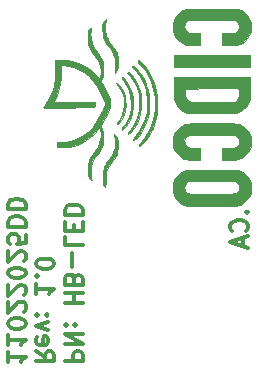
<source format=gbr>
%TF.GenerationSoftware,KiCad,Pcbnew,8.0.6*%
%TF.CreationDate,2025-02-12T13:55:56-05:00*%
%TF.ProjectId,module led,6d6f6475-6c65-4206-9c65-642e6b696361,rev?*%
%TF.SameCoordinates,Original*%
%TF.FileFunction,Legend,Bot*%
%TF.FilePolarity,Positive*%
%FSLAX46Y46*%
G04 Gerber Fmt 4.6, Leading zero omitted, Abs format (unit mm)*
G04 Created by KiCad (PCBNEW 8.0.6) date 2025-02-12 13:55:56*
%MOMM*%
%LPD*%
G01*
G04 APERTURE LIST*
%ADD10C,0.300000*%
%ADD11C,0.010000*%
G04 APERTURE END LIST*
D10*
X94389003Y-110805489D02*
X95889003Y-110805489D01*
X95889003Y-110805489D02*
X95889003Y-110234060D01*
X95889003Y-110234060D02*
X95817574Y-110091203D01*
X95817574Y-110091203D02*
X95746146Y-110019774D01*
X95746146Y-110019774D02*
X95603289Y-109948346D01*
X95603289Y-109948346D02*
X95389003Y-109948346D01*
X95389003Y-109948346D02*
X95246146Y-110019774D01*
X95246146Y-110019774D02*
X95174717Y-110091203D01*
X95174717Y-110091203D02*
X95103289Y-110234060D01*
X95103289Y-110234060D02*
X95103289Y-110805489D01*
X94389003Y-109305489D02*
X95889003Y-109305489D01*
X95889003Y-109305489D02*
X94389003Y-108448346D01*
X94389003Y-108448346D02*
X95889003Y-108448346D01*
X94531860Y-107734060D02*
X94460432Y-107662631D01*
X94460432Y-107662631D02*
X94389003Y-107734060D01*
X94389003Y-107734060D02*
X94460432Y-107805488D01*
X94460432Y-107805488D02*
X94531860Y-107734060D01*
X94531860Y-107734060D02*
X94389003Y-107734060D01*
X95317574Y-107734060D02*
X95246146Y-107662631D01*
X95246146Y-107662631D02*
X95174717Y-107734060D01*
X95174717Y-107734060D02*
X95246146Y-107805488D01*
X95246146Y-107805488D02*
X95317574Y-107734060D01*
X95317574Y-107734060D02*
X95174717Y-107734060D01*
X94389003Y-105876917D02*
X95889003Y-105876917D01*
X95174717Y-105876917D02*
X95174717Y-105019774D01*
X94389003Y-105019774D02*
X95889003Y-105019774D01*
X95174717Y-103805488D02*
X95103289Y-103591202D01*
X95103289Y-103591202D02*
X95031860Y-103519773D01*
X95031860Y-103519773D02*
X94889003Y-103448345D01*
X94889003Y-103448345D02*
X94674717Y-103448345D01*
X94674717Y-103448345D02*
X94531860Y-103519773D01*
X94531860Y-103519773D02*
X94460432Y-103591202D01*
X94460432Y-103591202D02*
X94389003Y-103734059D01*
X94389003Y-103734059D02*
X94389003Y-104305488D01*
X94389003Y-104305488D02*
X95889003Y-104305488D01*
X95889003Y-104305488D02*
X95889003Y-103805488D01*
X95889003Y-103805488D02*
X95817574Y-103662631D01*
X95817574Y-103662631D02*
X95746146Y-103591202D01*
X95746146Y-103591202D02*
X95603289Y-103519773D01*
X95603289Y-103519773D02*
X95460432Y-103519773D01*
X95460432Y-103519773D02*
X95317574Y-103591202D01*
X95317574Y-103591202D02*
X95246146Y-103662631D01*
X95246146Y-103662631D02*
X95174717Y-103805488D01*
X95174717Y-103805488D02*
X95174717Y-104305488D01*
X94960432Y-102805488D02*
X94960432Y-101662631D01*
X94389003Y-100234059D02*
X94389003Y-100948345D01*
X94389003Y-100948345D02*
X95889003Y-100948345D01*
X95174717Y-99734059D02*
X95174717Y-99234059D01*
X94389003Y-99019773D02*
X94389003Y-99734059D01*
X94389003Y-99734059D02*
X95889003Y-99734059D01*
X95889003Y-99734059D02*
X95889003Y-99019773D01*
X94389003Y-98376916D02*
X95889003Y-98376916D01*
X95889003Y-98376916D02*
X95889003Y-98019773D01*
X95889003Y-98019773D02*
X95817574Y-97805487D01*
X95817574Y-97805487D02*
X95674717Y-97662630D01*
X95674717Y-97662630D02*
X95531860Y-97591201D01*
X95531860Y-97591201D02*
X95246146Y-97519773D01*
X95246146Y-97519773D02*
X95031860Y-97519773D01*
X95031860Y-97519773D02*
X94746146Y-97591201D01*
X94746146Y-97591201D02*
X94603289Y-97662630D01*
X94603289Y-97662630D02*
X94460432Y-97805487D01*
X94460432Y-97805487D02*
X94389003Y-98019773D01*
X94389003Y-98019773D02*
X94389003Y-98376916D01*
X91974087Y-109948346D02*
X92688373Y-110448346D01*
X91974087Y-110805489D02*
X93474087Y-110805489D01*
X93474087Y-110805489D02*
X93474087Y-110234060D01*
X93474087Y-110234060D02*
X93402658Y-110091203D01*
X93402658Y-110091203D02*
X93331230Y-110019774D01*
X93331230Y-110019774D02*
X93188373Y-109948346D01*
X93188373Y-109948346D02*
X92974087Y-109948346D01*
X92974087Y-109948346D02*
X92831230Y-110019774D01*
X92831230Y-110019774D02*
X92759801Y-110091203D01*
X92759801Y-110091203D02*
X92688373Y-110234060D01*
X92688373Y-110234060D02*
X92688373Y-110805489D01*
X92045516Y-108734060D02*
X91974087Y-108876917D01*
X91974087Y-108876917D02*
X91974087Y-109162632D01*
X91974087Y-109162632D02*
X92045516Y-109305489D01*
X92045516Y-109305489D02*
X92188373Y-109376917D01*
X92188373Y-109376917D02*
X92759801Y-109376917D01*
X92759801Y-109376917D02*
X92902658Y-109305489D01*
X92902658Y-109305489D02*
X92974087Y-109162632D01*
X92974087Y-109162632D02*
X92974087Y-108876917D01*
X92974087Y-108876917D02*
X92902658Y-108734060D01*
X92902658Y-108734060D02*
X92759801Y-108662632D01*
X92759801Y-108662632D02*
X92616944Y-108662632D01*
X92616944Y-108662632D02*
X92474087Y-109376917D01*
X92974087Y-108162632D02*
X91974087Y-107805489D01*
X91974087Y-107805489D02*
X92974087Y-107448346D01*
X92116944Y-106876918D02*
X92045516Y-106805489D01*
X92045516Y-106805489D02*
X91974087Y-106876918D01*
X91974087Y-106876918D02*
X92045516Y-106948346D01*
X92045516Y-106948346D02*
X92116944Y-106876918D01*
X92116944Y-106876918D02*
X91974087Y-106876918D01*
X92902658Y-106876918D02*
X92831230Y-106805489D01*
X92831230Y-106805489D02*
X92759801Y-106876918D01*
X92759801Y-106876918D02*
X92831230Y-106948346D01*
X92831230Y-106948346D02*
X92902658Y-106876918D01*
X92902658Y-106876918D02*
X92759801Y-106876918D01*
X91974087Y-104234060D02*
X91974087Y-105091203D01*
X91974087Y-104662632D02*
X93474087Y-104662632D01*
X93474087Y-104662632D02*
X93259801Y-104805489D01*
X93259801Y-104805489D02*
X93116944Y-104948346D01*
X93116944Y-104948346D02*
X93045516Y-105091203D01*
X92116944Y-103591204D02*
X92045516Y-103519775D01*
X92045516Y-103519775D02*
X91974087Y-103591204D01*
X91974087Y-103591204D02*
X92045516Y-103662632D01*
X92045516Y-103662632D02*
X92116944Y-103591204D01*
X92116944Y-103591204D02*
X91974087Y-103591204D01*
X93474087Y-102591203D02*
X93474087Y-102448346D01*
X93474087Y-102448346D02*
X93402658Y-102305489D01*
X93402658Y-102305489D02*
X93331230Y-102234061D01*
X93331230Y-102234061D02*
X93188373Y-102162632D01*
X93188373Y-102162632D02*
X92902658Y-102091203D01*
X92902658Y-102091203D02*
X92545516Y-102091203D01*
X92545516Y-102091203D02*
X92259801Y-102162632D01*
X92259801Y-102162632D02*
X92116944Y-102234061D01*
X92116944Y-102234061D02*
X92045516Y-102305489D01*
X92045516Y-102305489D02*
X91974087Y-102448346D01*
X91974087Y-102448346D02*
X91974087Y-102591203D01*
X91974087Y-102591203D02*
X92045516Y-102734061D01*
X92045516Y-102734061D02*
X92116944Y-102805489D01*
X92116944Y-102805489D02*
X92259801Y-102876918D01*
X92259801Y-102876918D02*
X92545516Y-102948346D01*
X92545516Y-102948346D02*
X92902658Y-102948346D01*
X92902658Y-102948346D02*
X93188373Y-102876918D01*
X93188373Y-102876918D02*
X93331230Y-102805489D01*
X93331230Y-102805489D02*
X93402658Y-102734061D01*
X93402658Y-102734061D02*
X93474087Y-102591203D01*
X89559171Y-110019774D02*
X89559171Y-110876917D01*
X89559171Y-110448346D02*
X91059171Y-110448346D01*
X91059171Y-110448346D02*
X90844885Y-110591203D01*
X90844885Y-110591203D02*
X90702028Y-110734060D01*
X90702028Y-110734060D02*
X90630600Y-110876917D01*
X89559171Y-108591203D02*
X89559171Y-109448346D01*
X89559171Y-109019775D02*
X91059171Y-109019775D01*
X91059171Y-109019775D02*
X90844885Y-109162632D01*
X90844885Y-109162632D02*
X90702028Y-109305489D01*
X90702028Y-109305489D02*
X90630600Y-109448346D01*
X91059171Y-107662632D02*
X91059171Y-107519775D01*
X91059171Y-107519775D02*
X90987742Y-107376918D01*
X90987742Y-107376918D02*
X90916314Y-107305490D01*
X90916314Y-107305490D02*
X90773457Y-107234061D01*
X90773457Y-107234061D02*
X90487742Y-107162632D01*
X90487742Y-107162632D02*
X90130600Y-107162632D01*
X90130600Y-107162632D02*
X89844885Y-107234061D01*
X89844885Y-107234061D02*
X89702028Y-107305490D01*
X89702028Y-107305490D02*
X89630600Y-107376918D01*
X89630600Y-107376918D02*
X89559171Y-107519775D01*
X89559171Y-107519775D02*
X89559171Y-107662632D01*
X89559171Y-107662632D02*
X89630600Y-107805490D01*
X89630600Y-107805490D02*
X89702028Y-107876918D01*
X89702028Y-107876918D02*
X89844885Y-107948347D01*
X89844885Y-107948347D02*
X90130600Y-108019775D01*
X90130600Y-108019775D02*
X90487742Y-108019775D01*
X90487742Y-108019775D02*
X90773457Y-107948347D01*
X90773457Y-107948347D02*
X90916314Y-107876918D01*
X90916314Y-107876918D02*
X90987742Y-107805490D01*
X90987742Y-107805490D02*
X91059171Y-107662632D01*
X90916314Y-106591204D02*
X90987742Y-106519776D01*
X90987742Y-106519776D02*
X91059171Y-106376919D01*
X91059171Y-106376919D02*
X91059171Y-106019776D01*
X91059171Y-106019776D02*
X90987742Y-105876919D01*
X90987742Y-105876919D02*
X90916314Y-105805490D01*
X90916314Y-105805490D02*
X90773457Y-105734061D01*
X90773457Y-105734061D02*
X90630600Y-105734061D01*
X90630600Y-105734061D02*
X90416314Y-105805490D01*
X90416314Y-105805490D02*
X89559171Y-106662633D01*
X89559171Y-106662633D02*
X89559171Y-105734061D01*
X90916314Y-105162633D02*
X90987742Y-105091205D01*
X90987742Y-105091205D02*
X91059171Y-104948348D01*
X91059171Y-104948348D02*
X91059171Y-104591205D01*
X91059171Y-104591205D02*
X90987742Y-104448348D01*
X90987742Y-104448348D02*
X90916314Y-104376919D01*
X90916314Y-104376919D02*
X90773457Y-104305490D01*
X90773457Y-104305490D02*
X90630600Y-104305490D01*
X90630600Y-104305490D02*
X90416314Y-104376919D01*
X90416314Y-104376919D02*
X89559171Y-105234062D01*
X89559171Y-105234062D02*
X89559171Y-104305490D01*
X91059171Y-103376919D02*
X91059171Y-103234062D01*
X91059171Y-103234062D02*
X90987742Y-103091205D01*
X90987742Y-103091205D02*
X90916314Y-103019777D01*
X90916314Y-103019777D02*
X90773457Y-102948348D01*
X90773457Y-102948348D02*
X90487742Y-102876919D01*
X90487742Y-102876919D02*
X90130600Y-102876919D01*
X90130600Y-102876919D02*
X89844885Y-102948348D01*
X89844885Y-102948348D02*
X89702028Y-103019777D01*
X89702028Y-103019777D02*
X89630600Y-103091205D01*
X89630600Y-103091205D02*
X89559171Y-103234062D01*
X89559171Y-103234062D02*
X89559171Y-103376919D01*
X89559171Y-103376919D02*
X89630600Y-103519777D01*
X89630600Y-103519777D02*
X89702028Y-103591205D01*
X89702028Y-103591205D02*
X89844885Y-103662634D01*
X89844885Y-103662634D02*
X90130600Y-103734062D01*
X90130600Y-103734062D02*
X90487742Y-103734062D01*
X90487742Y-103734062D02*
X90773457Y-103662634D01*
X90773457Y-103662634D02*
X90916314Y-103591205D01*
X90916314Y-103591205D02*
X90987742Y-103519777D01*
X90987742Y-103519777D02*
X91059171Y-103376919D01*
X90916314Y-102305491D02*
X90987742Y-102234063D01*
X90987742Y-102234063D02*
X91059171Y-102091206D01*
X91059171Y-102091206D02*
X91059171Y-101734063D01*
X91059171Y-101734063D02*
X90987742Y-101591206D01*
X90987742Y-101591206D02*
X90916314Y-101519777D01*
X90916314Y-101519777D02*
X90773457Y-101448348D01*
X90773457Y-101448348D02*
X90630600Y-101448348D01*
X90630600Y-101448348D02*
X90416314Y-101519777D01*
X90416314Y-101519777D02*
X89559171Y-102376920D01*
X89559171Y-102376920D02*
X89559171Y-101448348D01*
X91059171Y-100091206D02*
X91059171Y-100805492D01*
X91059171Y-100805492D02*
X90344885Y-100876920D01*
X90344885Y-100876920D02*
X90416314Y-100805492D01*
X90416314Y-100805492D02*
X90487742Y-100662635D01*
X90487742Y-100662635D02*
X90487742Y-100305492D01*
X90487742Y-100305492D02*
X90416314Y-100162635D01*
X90416314Y-100162635D02*
X90344885Y-100091206D01*
X90344885Y-100091206D02*
X90202028Y-100019777D01*
X90202028Y-100019777D02*
X89844885Y-100019777D01*
X89844885Y-100019777D02*
X89702028Y-100091206D01*
X89702028Y-100091206D02*
X89630600Y-100162635D01*
X89630600Y-100162635D02*
X89559171Y-100305492D01*
X89559171Y-100305492D02*
X89559171Y-100662635D01*
X89559171Y-100662635D02*
X89630600Y-100805492D01*
X89630600Y-100805492D02*
X89702028Y-100876920D01*
X89559171Y-99376921D02*
X91059171Y-99376921D01*
X91059171Y-99376921D02*
X91059171Y-99019778D01*
X91059171Y-99019778D02*
X90987742Y-98805492D01*
X90987742Y-98805492D02*
X90844885Y-98662635D01*
X90844885Y-98662635D02*
X90702028Y-98591206D01*
X90702028Y-98591206D02*
X90416314Y-98519778D01*
X90416314Y-98519778D02*
X90202028Y-98519778D01*
X90202028Y-98519778D02*
X89916314Y-98591206D01*
X89916314Y-98591206D02*
X89773457Y-98662635D01*
X89773457Y-98662635D02*
X89630600Y-98805492D01*
X89630600Y-98805492D02*
X89559171Y-99019778D01*
X89559171Y-99019778D02*
X89559171Y-99376921D01*
X89559171Y-97876921D02*
X91059171Y-97876921D01*
X91059171Y-97876921D02*
X91059171Y-97519778D01*
X91059171Y-97519778D02*
X90987742Y-97305492D01*
X90987742Y-97305492D02*
X90844885Y-97162635D01*
X90844885Y-97162635D02*
X90702028Y-97091206D01*
X90702028Y-97091206D02*
X90416314Y-97019778D01*
X90416314Y-97019778D02*
X90202028Y-97019778D01*
X90202028Y-97019778D02*
X89916314Y-97091206D01*
X89916314Y-97091206D02*
X89773457Y-97162635D01*
X89773457Y-97162635D02*
X89630600Y-97305492D01*
X89630600Y-97305492D02*
X89559171Y-97519778D01*
X89559171Y-97519778D02*
X89559171Y-97876921D01*
X109757971Y-98184510D02*
X109829400Y-98255939D01*
X109829400Y-98255939D02*
X109900828Y-98184510D01*
X109900828Y-98184510D02*
X109829400Y-98113082D01*
X109829400Y-98113082D02*
X109757971Y-98184510D01*
X109757971Y-98184510D02*
X109900828Y-98184510D01*
X109757971Y-99755939D02*
X109829400Y-99684511D01*
X109829400Y-99684511D02*
X109900828Y-99470225D01*
X109900828Y-99470225D02*
X109900828Y-99327368D01*
X109900828Y-99327368D02*
X109829400Y-99113082D01*
X109829400Y-99113082D02*
X109686542Y-98970225D01*
X109686542Y-98970225D02*
X109543685Y-98898796D01*
X109543685Y-98898796D02*
X109257971Y-98827368D01*
X109257971Y-98827368D02*
X109043685Y-98827368D01*
X109043685Y-98827368D02*
X108757971Y-98898796D01*
X108757971Y-98898796D02*
X108615114Y-98970225D01*
X108615114Y-98970225D02*
X108472257Y-99113082D01*
X108472257Y-99113082D02*
X108400828Y-99327368D01*
X108400828Y-99327368D02*
X108400828Y-99470225D01*
X108400828Y-99470225D02*
X108472257Y-99684511D01*
X108472257Y-99684511D02*
X108543685Y-99755939D01*
X109472257Y-100327368D02*
X109472257Y-101041654D01*
X109900828Y-100184511D02*
X108400828Y-100684511D01*
X108400828Y-100684511D02*
X109900828Y-101184511D01*
D11*
%TO.C,logo1*%
X110093200Y-85842400D02*
X103590800Y-85842400D01*
X103590800Y-84826400D01*
X110093200Y-84826400D01*
X110093200Y-85842400D01*
G36*
X110093200Y-85842400D02*
G01*
X103590800Y-85842400D01*
X103590800Y-84826400D01*
X110093200Y-84826400D01*
X110093200Y-85842400D01*
G37*
X99269706Y-86754410D02*
X99384327Y-86841534D01*
X99550378Y-87031294D01*
X99748243Y-87345528D01*
X99918473Y-87715570D01*
X100049700Y-88115833D01*
X100130555Y-88520733D01*
X100146406Y-88671284D01*
X100148811Y-89180099D01*
X100078197Y-89685582D01*
X99940155Y-90166550D01*
X99740274Y-90601817D01*
X99484147Y-90970197D01*
X99462747Y-90994553D01*
X99334213Y-91117456D01*
X99246799Y-91165176D01*
X99211492Y-91142620D01*
X99239280Y-91054696D01*
X99341149Y-90906314D01*
X99390395Y-90842833D01*
X99526757Y-90649694D01*
X99642116Y-90465200D01*
X99735435Y-90283212D01*
X99899866Y-89818962D01*
X99986458Y-89321983D01*
X99996927Y-88810380D01*
X99932986Y-88302257D01*
X99796353Y-87815716D01*
X99588741Y-87368862D01*
X99311867Y-86979798D01*
X99256364Y-86910234D01*
X99198700Y-86802166D01*
X99205489Y-86745756D01*
X99269706Y-86754410D01*
G36*
X99269706Y-86754410D02*
G01*
X99384327Y-86841534D01*
X99550378Y-87031294D01*
X99748243Y-87345528D01*
X99918473Y-87715570D01*
X100049700Y-88115833D01*
X100130555Y-88520733D01*
X100146406Y-88671284D01*
X100148811Y-89180099D01*
X100078197Y-89685582D01*
X99940155Y-90166550D01*
X99740274Y-90601817D01*
X99484147Y-90970197D01*
X99462747Y-90994553D01*
X99334213Y-91117456D01*
X99246799Y-91165176D01*
X99211492Y-91142620D01*
X99239280Y-91054696D01*
X99341149Y-90906314D01*
X99390395Y-90842833D01*
X99526757Y-90649694D01*
X99642116Y-90465200D01*
X99735435Y-90283212D01*
X99899866Y-89818962D01*
X99986458Y-89321983D01*
X99996927Y-88810380D01*
X99932986Y-88302257D01*
X99796353Y-87815716D01*
X99588741Y-87368862D01*
X99311867Y-86979798D01*
X99256364Y-86910234D01*
X99198700Y-86802166D01*
X99205489Y-86745756D01*
X99269706Y-86754410D01*
G37*
X98844148Y-87283701D02*
X98971783Y-87409589D01*
X99013085Y-87458061D01*
X99205061Y-87737724D01*
X99366377Y-88057278D01*
X99471147Y-88367082D01*
X99474461Y-88382198D01*
X99496628Y-88538517D01*
X99513517Y-88749497D01*
X99521697Y-88973948D01*
X99521869Y-88992778D01*
X99480042Y-89480884D01*
X99346018Y-89931789D01*
X99116180Y-90357834D01*
X99050711Y-90454851D01*
X98943997Y-90603001D01*
X98869792Y-90683447D01*
X98814412Y-90709236D01*
X98764173Y-90693412D01*
X98756809Y-90664947D01*
X98797024Y-90574396D01*
X98889794Y-90445565D01*
X99007055Y-90285076D01*
X99198177Y-89926854D01*
X99333941Y-89532269D01*
X99404862Y-89132585D01*
X99401456Y-88759065D01*
X99368648Y-88547749D01*
X99263675Y-88162669D01*
X99095131Y-87810449D01*
X98847829Y-87455319D01*
X98764050Y-87336006D01*
X98730332Y-87250581D01*
X98760348Y-87231922D01*
X98844148Y-87283701D01*
G36*
X98844148Y-87283701D02*
G01*
X98971783Y-87409589D01*
X99013085Y-87458061D01*
X99205061Y-87737724D01*
X99366377Y-88057278D01*
X99471147Y-88367082D01*
X99474461Y-88382198D01*
X99496628Y-88538517D01*
X99513517Y-88749497D01*
X99521697Y-88973948D01*
X99521869Y-88992778D01*
X99480042Y-89480884D01*
X99346018Y-89931789D01*
X99116180Y-90357834D01*
X99050711Y-90454851D01*
X98943997Y-90603001D01*
X98869792Y-90683447D01*
X98814412Y-90709236D01*
X98764173Y-90693412D01*
X98756809Y-90664947D01*
X98797024Y-90574396D01*
X98889794Y-90445565D01*
X99007055Y-90285076D01*
X99198177Y-89926854D01*
X99333941Y-89532269D01*
X99404862Y-89132585D01*
X99401456Y-88759065D01*
X99368648Y-88547749D01*
X99263675Y-88162669D01*
X99095131Y-87810449D01*
X98847829Y-87455319D01*
X98764050Y-87336006D01*
X98730332Y-87250581D01*
X98760348Y-87231922D01*
X98844148Y-87283701D01*
G37*
X99781320Y-86316658D02*
X99901780Y-86404581D01*
X100057069Y-86560848D01*
X100217268Y-86765245D01*
X100426963Y-87115375D01*
X100607668Y-87514597D01*
X100744099Y-87932393D01*
X100789202Y-88139824D01*
X100830288Y-88481597D01*
X100844802Y-88894973D01*
X100834611Y-89266512D01*
X100772770Y-89758633D01*
X100649236Y-90213353D01*
X100457386Y-90660861D01*
X100378290Y-90805960D01*
X100243286Y-91018300D01*
X100098107Y-91215461D01*
X99957670Y-91379057D01*
X99836893Y-91490699D01*
X99750692Y-91532000D01*
X99697499Y-91521210D01*
X99689386Y-91472310D01*
X99749883Y-91375331D01*
X99882967Y-91220920D01*
X99946872Y-91146455D01*
X100141389Y-90866810D01*
X100325258Y-90530527D01*
X100481601Y-90170861D01*
X100593536Y-89821066D01*
X100654186Y-89501775D01*
X100690930Y-89038547D01*
X100679092Y-88563002D01*
X100618042Y-88119021D01*
X100570699Y-87929925D01*
X100446534Y-87575249D01*
X100284579Y-87224263D01*
X100100625Y-86909452D01*
X99910462Y-86663301D01*
X99796920Y-86534364D01*
X99711758Y-86422338D01*
X99679200Y-86357831D01*
X99704299Y-86301704D01*
X99781320Y-86316658D01*
G36*
X99781320Y-86316658D02*
G01*
X99901780Y-86404581D01*
X100057069Y-86560848D01*
X100217268Y-86765245D01*
X100426963Y-87115375D01*
X100607668Y-87514597D01*
X100744099Y-87932393D01*
X100789202Y-88139824D01*
X100830288Y-88481597D01*
X100844802Y-88894973D01*
X100834611Y-89266512D01*
X100772770Y-89758633D01*
X100649236Y-90213353D01*
X100457386Y-90660861D01*
X100378290Y-90805960D01*
X100243286Y-91018300D01*
X100098107Y-91215461D01*
X99957670Y-91379057D01*
X99836893Y-91490699D01*
X99750692Y-91532000D01*
X99697499Y-91521210D01*
X99689386Y-91472310D01*
X99749883Y-91375331D01*
X99882967Y-91220920D01*
X99946872Y-91146455D01*
X100141389Y-90866810D01*
X100325258Y-90530527D01*
X100481601Y-90170861D01*
X100593536Y-89821066D01*
X100654186Y-89501775D01*
X100690930Y-89038547D01*
X100679092Y-88563002D01*
X100618042Y-88119021D01*
X100570699Y-87929925D01*
X100446534Y-87575249D01*
X100284579Y-87224263D01*
X100100625Y-86909452D01*
X99910462Y-86663301D01*
X99796920Y-86534364D01*
X99711758Y-86422338D01*
X99679200Y-86357831D01*
X99704299Y-86301704D01*
X99781320Y-86316658D01*
G37*
X97808159Y-82353474D02*
X97805778Y-82422770D01*
X97802794Y-82675066D01*
X97814569Y-82868004D01*
X97844596Y-83035549D01*
X97896363Y-83211666D01*
X97938034Y-83332045D01*
X97991872Y-83464029D01*
X98057663Y-83589189D01*
X98148381Y-83728990D01*
X98276999Y-83904897D01*
X98456490Y-84138372D01*
X98570838Y-84301724D01*
X98692312Y-84509657D01*
X98775007Y-84690788D01*
X98810022Y-84819932D01*
X98844568Y-85055630D01*
X98860784Y-85325879D01*
X98859098Y-85603710D01*
X98839936Y-85862151D01*
X98803727Y-86074232D01*
X98750897Y-86212982D01*
X98691687Y-86291876D01*
X98620646Y-86346330D01*
X98585458Y-86319208D01*
X98598732Y-86210700D01*
X98605576Y-86179136D01*
X98622005Y-86036408D01*
X98633394Y-85837003D01*
X98637600Y-85613800D01*
X98634175Y-85425184D01*
X98612888Y-85184607D01*
X98564490Y-84970617D01*
X98480287Y-84763281D01*
X98351587Y-84542665D01*
X98169695Y-84288833D01*
X97925919Y-83981851D01*
X97845540Y-83866603D01*
X97723551Y-83610937D01*
X97632190Y-83311769D01*
X97573776Y-82991566D01*
X97550631Y-82672799D01*
X97565077Y-82377936D01*
X97619433Y-82129446D01*
X97716021Y-81949797D01*
X97827917Y-81819710D01*
X97808159Y-82353474D01*
G36*
X97808159Y-82353474D02*
G01*
X97805778Y-82422770D01*
X97802794Y-82675066D01*
X97814569Y-82868004D01*
X97844596Y-83035549D01*
X97896363Y-83211666D01*
X97938034Y-83332045D01*
X97991872Y-83464029D01*
X98057663Y-83589189D01*
X98148381Y-83728990D01*
X98276999Y-83904897D01*
X98456490Y-84138372D01*
X98570838Y-84301724D01*
X98692312Y-84509657D01*
X98775007Y-84690788D01*
X98810022Y-84819932D01*
X98844568Y-85055630D01*
X98860784Y-85325879D01*
X98859098Y-85603710D01*
X98839936Y-85862151D01*
X98803727Y-86074232D01*
X98750897Y-86212982D01*
X98691687Y-86291876D01*
X98620646Y-86346330D01*
X98585458Y-86319208D01*
X98598732Y-86210700D01*
X98605576Y-86179136D01*
X98622005Y-86036408D01*
X98633394Y-85837003D01*
X98637600Y-85613800D01*
X98634175Y-85425184D01*
X98612888Y-85184607D01*
X98564490Y-84970617D01*
X98480287Y-84763281D01*
X98351587Y-84542665D01*
X98169695Y-84288833D01*
X97925919Y-83981851D01*
X97845540Y-83866603D01*
X97723551Y-83610937D01*
X97632190Y-83311769D01*
X97573776Y-82991566D01*
X97550631Y-82672799D01*
X97565077Y-82377936D01*
X97619433Y-82129446D01*
X97716021Y-81949797D01*
X97827917Y-81819710D01*
X97808159Y-82353474D01*
G37*
X98655992Y-91604068D02*
X98743834Y-91712216D01*
X98814404Y-91858068D01*
X98828573Y-91934262D01*
X98842634Y-92105481D01*
X98849425Y-92328145D01*
X98847607Y-92573400D01*
X98845872Y-92631301D01*
X98824478Y-92955393D01*
X98778037Y-93212205D01*
X98696194Y-93430733D01*
X98568593Y-93639972D01*
X98384875Y-93868919D01*
X98264321Y-94022649D01*
X98107674Y-94256731D01*
X97983977Y-94478400D01*
X97935038Y-94582288D01*
X97883563Y-94708699D01*
X97851270Y-94830114D01*
X97833710Y-94973179D01*
X97826436Y-95164540D01*
X97825000Y-95430846D01*
X97823113Y-95655368D01*
X97813556Y-95867493D01*
X97793672Y-95989021D01*
X97760976Y-96026114D01*
X97712980Y-95984935D01*
X97647200Y-95871648D01*
X97645644Y-95868557D01*
X97601629Y-95715430D01*
X97576541Y-95492108D01*
X97570114Y-95227335D01*
X97582082Y-94949855D01*
X97612180Y-94688412D01*
X97660141Y-94471749D01*
X97722844Y-94313630D01*
X97844653Y-94085562D01*
X97989760Y-93869969D01*
X97994861Y-93863301D01*
X98214573Y-93566361D01*
X98375592Y-93323233D01*
X98488638Y-93114139D01*
X98564431Y-92919301D01*
X98613694Y-92718941D01*
X98631893Y-92599480D01*
X98650300Y-92269116D01*
X98632430Y-91929619D01*
X98579921Y-91633600D01*
X98560095Y-91549719D01*
X98578883Y-91539780D01*
X98655992Y-91604068D01*
G36*
X98655992Y-91604068D02*
G01*
X98743834Y-91712216D01*
X98814404Y-91858068D01*
X98828573Y-91934262D01*
X98842634Y-92105481D01*
X98849425Y-92328145D01*
X98847607Y-92573400D01*
X98845872Y-92631301D01*
X98824478Y-92955393D01*
X98778037Y-93212205D01*
X98696194Y-93430733D01*
X98568593Y-93639972D01*
X98384875Y-93868919D01*
X98264321Y-94022649D01*
X98107674Y-94256731D01*
X97983977Y-94478400D01*
X97935038Y-94582288D01*
X97883563Y-94708699D01*
X97851270Y-94830114D01*
X97833710Y-94973179D01*
X97826436Y-95164540D01*
X97825000Y-95430846D01*
X97823113Y-95655368D01*
X97813556Y-95867493D01*
X97793672Y-95989021D01*
X97760976Y-96026114D01*
X97712980Y-95984935D01*
X97647200Y-95871648D01*
X97645644Y-95868557D01*
X97601629Y-95715430D01*
X97576541Y-95492108D01*
X97570114Y-95227335D01*
X97582082Y-94949855D01*
X97612180Y-94688412D01*
X97660141Y-94471749D01*
X97722844Y-94313630D01*
X97844653Y-94085562D01*
X97989760Y-93869969D01*
X97994861Y-93863301D01*
X98214573Y-93566361D01*
X98375592Y-93323233D01*
X98488638Y-93114139D01*
X98564431Y-92919301D01*
X98613694Y-92718941D01*
X98631893Y-92599480D01*
X98650300Y-92269116D01*
X98632430Y-91929619D01*
X98579921Y-91633600D01*
X98560095Y-91549719D01*
X98578883Y-91539780D01*
X98655992Y-91604068D01*
G37*
X100712616Y-85360835D02*
X100823903Y-85458577D01*
X100987579Y-85622106D01*
X101355459Y-86063916D01*
X101679579Y-86601635D01*
X101935614Y-87207316D01*
X102120265Y-87874400D01*
X102203994Y-88439114D01*
X102221394Y-89103483D01*
X102160023Y-89775156D01*
X102023191Y-90432898D01*
X101814206Y-91055472D01*
X101536378Y-91621643D01*
X101490348Y-91696265D01*
X101360985Y-91881803D01*
X101210768Y-92073817D01*
X101055534Y-92254375D01*
X100911124Y-92405545D01*
X100793375Y-92509397D01*
X100718126Y-92548000D01*
X100687995Y-92546255D01*
X100629450Y-92511365D01*
X100645514Y-92428205D01*
X100738138Y-92292186D01*
X100909274Y-92098722D01*
X101160951Y-91792617D01*
X101440090Y-91347456D01*
X101674218Y-90849212D01*
X101849782Y-90323466D01*
X101883431Y-90193166D01*
X101926133Y-90000336D01*
X101954949Y-89813145D01*
X101972675Y-89604793D01*
X101982107Y-89348478D01*
X101986040Y-89017400D01*
X101986141Y-88868743D01*
X101974312Y-88430934D01*
X101940294Y-88057709D01*
X101879531Y-87721628D01*
X101787467Y-87395251D01*
X101659545Y-87051137D01*
X101627949Y-86975067D01*
X101415117Y-86539507D01*
X101159658Y-86149955D01*
X100835345Y-85765502D01*
X100731542Y-85652482D01*
X100614664Y-85516832D01*
X100554801Y-85428548D01*
X100542655Y-85372559D01*
X100568925Y-85333797D01*
X100587413Y-85321533D01*
X100638768Y-85318585D01*
X100712616Y-85360835D01*
G36*
X100712616Y-85360835D02*
G01*
X100823903Y-85458577D01*
X100987579Y-85622106D01*
X101355459Y-86063916D01*
X101679579Y-86601635D01*
X101935614Y-87207316D01*
X102120265Y-87874400D01*
X102203994Y-88439114D01*
X102221394Y-89103483D01*
X102160023Y-89775156D01*
X102023191Y-90432898D01*
X101814206Y-91055472D01*
X101536378Y-91621643D01*
X101490348Y-91696265D01*
X101360985Y-91881803D01*
X101210768Y-92073817D01*
X101055534Y-92254375D01*
X100911124Y-92405545D01*
X100793375Y-92509397D01*
X100718126Y-92548000D01*
X100687995Y-92546255D01*
X100629450Y-92511365D01*
X100645514Y-92428205D01*
X100738138Y-92292186D01*
X100909274Y-92098722D01*
X101160951Y-91792617D01*
X101440090Y-91347456D01*
X101674218Y-90849212D01*
X101849782Y-90323466D01*
X101883431Y-90193166D01*
X101926133Y-90000336D01*
X101954949Y-89813145D01*
X101972675Y-89604793D01*
X101982107Y-89348478D01*
X101986040Y-89017400D01*
X101986141Y-88868743D01*
X101974312Y-88430934D01*
X101940294Y-88057709D01*
X101879531Y-87721628D01*
X101787467Y-87395251D01*
X101659545Y-87051137D01*
X101627949Y-86975067D01*
X101415117Y-86539507D01*
X101159658Y-86149955D01*
X100835345Y-85765502D01*
X100731542Y-85652482D01*
X100614664Y-85516832D01*
X100554801Y-85428548D01*
X100542655Y-85372559D01*
X100568925Y-85333797D01*
X100587413Y-85321533D01*
X100638768Y-85318585D01*
X100712616Y-85360835D01*
G37*
X100197638Y-85808683D02*
X100307349Y-85890377D01*
X100448361Y-86023139D01*
X100602976Y-86188729D01*
X100753493Y-86368907D01*
X100882213Y-86545431D01*
X100934273Y-86626153D01*
X101124840Y-86973487D01*
X101282256Y-87359692D01*
X101414008Y-87805489D01*
X101527583Y-88331600D01*
X101527747Y-88332495D01*
X101535555Y-88432818D01*
X101539475Y-88609569D01*
X101539275Y-88838059D01*
X101534723Y-89093600D01*
X101500794Y-89615626D01*
X101422628Y-90079900D01*
X101292918Y-90513271D01*
X101104219Y-90947800D01*
X101093273Y-90969709D01*
X100949404Y-91228275D01*
X100788902Y-91472665D01*
X100622821Y-91690474D01*
X100462220Y-91869296D01*
X100318155Y-91996725D01*
X100201682Y-92060354D01*
X100123859Y-92047779D01*
X100114932Y-92034529D01*
X100125478Y-91969580D01*
X100200167Y-91861133D01*
X100345890Y-91698342D01*
X100385796Y-91655614D01*
X100699765Y-91261137D01*
X100953017Y-90820268D01*
X101160276Y-90307870D01*
X101202563Y-90181755D01*
X101251391Y-90022271D01*
X101284982Y-89878564D01*
X101306296Y-89727159D01*
X101318292Y-89544579D01*
X101323929Y-89307351D01*
X101326167Y-88992000D01*
X101325919Y-88768785D01*
X101316574Y-88411357D01*
X101291090Y-88115368D01*
X101244094Y-87854771D01*
X101170210Y-87603518D01*
X101064065Y-87335560D01*
X100920282Y-87024849D01*
X100910366Y-87004425D01*
X100669585Y-86582834D01*
X100389923Y-86230976D01*
X100329463Y-86165594D01*
X100180024Y-85992067D01*
X100102820Y-85876294D01*
X100094257Y-85811673D01*
X100150741Y-85791600D01*
X100197638Y-85808683D01*
G36*
X100197638Y-85808683D02*
G01*
X100307349Y-85890377D01*
X100448361Y-86023139D01*
X100602976Y-86188729D01*
X100753493Y-86368907D01*
X100882213Y-86545431D01*
X100934273Y-86626153D01*
X101124840Y-86973487D01*
X101282256Y-87359692D01*
X101414008Y-87805489D01*
X101527583Y-88331600D01*
X101527747Y-88332495D01*
X101535555Y-88432818D01*
X101539475Y-88609569D01*
X101539275Y-88838059D01*
X101534723Y-89093600D01*
X101500794Y-89615626D01*
X101422628Y-90079900D01*
X101292918Y-90513271D01*
X101104219Y-90947800D01*
X101093273Y-90969709D01*
X100949404Y-91228275D01*
X100788902Y-91472665D01*
X100622821Y-91690474D01*
X100462220Y-91869296D01*
X100318155Y-91996725D01*
X100201682Y-92060354D01*
X100123859Y-92047779D01*
X100114932Y-92034529D01*
X100125478Y-91969580D01*
X100200167Y-91861133D01*
X100345890Y-91698342D01*
X100385796Y-91655614D01*
X100699765Y-91261137D01*
X100953017Y-90820268D01*
X101160276Y-90307870D01*
X101202563Y-90181755D01*
X101251391Y-90022271D01*
X101284982Y-89878564D01*
X101306296Y-89727159D01*
X101318292Y-89544579D01*
X101323929Y-89307351D01*
X101326167Y-88992000D01*
X101325919Y-88768785D01*
X101316574Y-88411357D01*
X101291090Y-88115368D01*
X101244094Y-87854771D01*
X101170210Y-87603518D01*
X101064065Y-87335560D01*
X100920282Y-87024849D01*
X100910366Y-87004425D01*
X100669585Y-86582834D01*
X100389923Y-86230976D01*
X100329463Y-86165594D01*
X100180024Y-85992067D01*
X100102820Y-85876294D01*
X100094257Y-85811673D01*
X100150741Y-85791600D01*
X100197638Y-85808683D01*
G37*
X107692699Y-86706000D02*
X110093200Y-86706000D01*
X110093200Y-87585779D01*
X110093184Y-87616872D01*
X110088696Y-88018794D01*
X110073553Y-88337009D01*
X110043868Y-88588064D01*
X109995756Y-88788509D01*
X109925331Y-88954890D01*
X109828706Y-89103755D01*
X109701996Y-89251653D01*
X109585658Y-89362182D01*
X109381955Y-89519982D01*
X109185126Y-89639081D01*
X108899400Y-89779400D01*
X106842000Y-89779400D01*
X106324045Y-89778713D01*
X105862429Y-89776311D01*
X105486205Y-89771938D01*
X105187012Y-89765345D01*
X104956491Y-89756277D01*
X104786284Y-89744485D01*
X104668032Y-89729717D01*
X104593374Y-89711721D01*
X104474175Y-89661009D01*
X104197519Y-89481351D01*
X103948152Y-89237315D01*
X103754342Y-88954415D01*
X103590800Y-88647578D01*
X103590800Y-88002468D01*
X104564258Y-88002468D01*
X104591573Y-88309191D01*
X104690389Y-88552298D01*
X104858221Y-88725200D01*
X105033442Y-88843116D01*
X106901996Y-88828658D01*
X108770551Y-88814200D01*
X108935587Y-88649110D01*
X108960591Y-88623751D01*
X109037291Y-88532890D01*
X109082117Y-88437462D01*
X109105992Y-88305126D01*
X109119838Y-88103536D01*
X109123486Y-88019800D01*
X109123521Y-87840621D01*
X109106408Y-87738656D01*
X109070025Y-87696571D01*
X109040397Y-87693110D01*
X108917386Y-87688439D01*
X108710366Y-87684755D01*
X108430081Y-87682123D01*
X108087277Y-87680603D01*
X107692699Y-87680258D01*
X107257091Y-87681151D01*
X106791200Y-87683345D01*
X104581400Y-87696600D01*
X104566424Y-87952352D01*
X104564258Y-88002468D01*
X103590800Y-88002468D01*
X103590800Y-86706000D01*
X107692699Y-86706000D01*
G36*
X107692699Y-86706000D02*
G01*
X110093200Y-86706000D01*
X110093200Y-87585779D01*
X110093184Y-87616872D01*
X110088696Y-88018794D01*
X110073553Y-88337009D01*
X110043868Y-88588064D01*
X109995756Y-88788509D01*
X109925331Y-88954890D01*
X109828706Y-89103755D01*
X109701996Y-89251653D01*
X109585658Y-89362182D01*
X109381955Y-89519982D01*
X109185126Y-89639081D01*
X108899400Y-89779400D01*
X106842000Y-89779400D01*
X106324045Y-89778713D01*
X105862429Y-89776311D01*
X105486205Y-89771938D01*
X105187012Y-89765345D01*
X104956491Y-89756277D01*
X104786284Y-89744485D01*
X104668032Y-89729717D01*
X104593374Y-89711721D01*
X104474175Y-89661009D01*
X104197519Y-89481351D01*
X103948152Y-89237315D01*
X103754342Y-88954415D01*
X103590800Y-88647578D01*
X103590800Y-88002468D01*
X104564258Y-88002468D01*
X104591573Y-88309191D01*
X104690389Y-88552298D01*
X104858221Y-88725200D01*
X105033442Y-88843116D01*
X106901996Y-88828658D01*
X108770551Y-88814200D01*
X108935587Y-88649110D01*
X108960591Y-88623751D01*
X109037291Y-88532890D01*
X109082117Y-88437462D01*
X109105992Y-88305126D01*
X109119838Y-88103536D01*
X109123486Y-88019800D01*
X109123521Y-87840621D01*
X109106408Y-87738656D01*
X109070025Y-87696571D01*
X109040397Y-87693110D01*
X108917386Y-87688439D01*
X108710366Y-87684755D01*
X108430081Y-87682123D01*
X108087277Y-87680603D01*
X107692699Y-87680258D01*
X107257091Y-87681151D01*
X106791200Y-87683345D01*
X104581400Y-87696600D01*
X104566424Y-87952352D01*
X104564258Y-88002468D01*
X103590800Y-88002468D01*
X103590800Y-86706000D01*
X107692699Y-86706000D01*
G37*
X107316495Y-90643124D02*
X107760055Y-90643825D01*
X108120952Y-90645551D01*
X108409184Y-90648749D01*
X108634751Y-90653868D01*
X108807654Y-90661355D01*
X108937891Y-90671657D01*
X109035463Y-90685222D01*
X109110368Y-90702496D01*
X109172608Y-90723929D01*
X109232180Y-90749967D01*
X109541408Y-90935976D01*
X109817589Y-91197600D01*
X110022908Y-91506401D01*
X110142291Y-91844255D01*
X110173741Y-92203569D01*
X110116592Y-92590799D01*
X109969779Y-92955339D01*
X109738899Y-93277306D01*
X109672881Y-93345781D01*
X109490133Y-93499098D01*
X109286775Y-93609915D01*
X109042832Y-93685139D01*
X108738332Y-93731677D01*
X108353300Y-93756436D01*
X107705600Y-93780685D01*
X107705600Y-92751200D01*
X108124700Y-92750916D01*
X108264931Y-92748692D01*
X108602608Y-92717861D01*
X108853607Y-92647780D01*
X109024616Y-92534634D01*
X109122318Y-92374607D01*
X109153400Y-92163884D01*
X109145208Y-92034197D01*
X109097637Y-91904996D01*
X108987323Y-91774276D01*
X108821246Y-91608200D01*
X106851488Y-91608200D01*
X106388630Y-91608433D01*
X105970346Y-91609495D01*
X105634363Y-91611829D01*
X105370600Y-91615879D01*
X105168974Y-91622090D01*
X105019403Y-91630902D01*
X104911805Y-91642762D01*
X104836097Y-91658111D01*
X104782197Y-91677393D01*
X104740022Y-91701051D01*
X104710688Y-91721550D01*
X104559343Y-91891145D01*
X104492415Y-92100056D01*
X104518335Y-92324574D01*
X104580489Y-92467897D01*
X104682392Y-92589887D01*
X104832229Y-92670389D01*
X105047518Y-92718251D01*
X105345782Y-92742315D01*
X105829531Y-92763473D01*
X105815065Y-93252636D01*
X105800600Y-93741800D01*
X105241800Y-93738876D01*
X104929482Y-93728588D01*
X104648947Y-93691659D01*
X104418833Y-93619690D01*
X104212971Y-93504168D01*
X104005194Y-93336579D01*
X103926293Y-93259500D01*
X103706545Y-92958793D01*
X103565734Y-92614694D01*
X103507748Y-92247383D01*
X103536478Y-91877039D01*
X103655812Y-91523844D01*
X103834454Y-91241120D01*
X104113923Y-90959462D01*
X104448181Y-90751576D01*
X104505420Y-90726344D01*
X104567224Y-90704378D01*
X104640519Y-90686652D01*
X104735316Y-90672712D01*
X104861629Y-90662105D01*
X105029469Y-90654375D01*
X105248848Y-90649069D01*
X105529778Y-90645732D01*
X105882272Y-90643911D01*
X106316342Y-90643152D01*
X106842000Y-90643000D01*
X107316495Y-90643124D01*
G36*
X107316495Y-90643124D02*
G01*
X107760055Y-90643825D01*
X108120952Y-90645551D01*
X108409184Y-90648749D01*
X108634751Y-90653868D01*
X108807654Y-90661355D01*
X108937891Y-90671657D01*
X109035463Y-90685222D01*
X109110368Y-90702496D01*
X109172608Y-90723929D01*
X109232180Y-90749967D01*
X109541408Y-90935976D01*
X109817589Y-91197600D01*
X110022908Y-91506401D01*
X110142291Y-91844255D01*
X110173741Y-92203569D01*
X110116592Y-92590799D01*
X109969779Y-92955339D01*
X109738899Y-93277306D01*
X109672881Y-93345781D01*
X109490133Y-93499098D01*
X109286775Y-93609915D01*
X109042832Y-93685139D01*
X108738332Y-93731677D01*
X108353300Y-93756436D01*
X107705600Y-93780685D01*
X107705600Y-92751200D01*
X108124700Y-92750916D01*
X108264931Y-92748692D01*
X108602608Y-92717861D01*
X108853607Y-92647780D01*
X109024616Y-92534634D01*
X109122318Y-92374607D01*
X109153400Y-92163884D01*
X109145208Y-92034197D01*
X109097637Y-91904996D01*
X108987323Y-91774276D01*
X108821246Y-91608200D01*
X106851488Y-91608200D01*
X106388630Y-91608433D01*
X105970346Y-91609495D01*
X105634363Y-91611829D01*
X105370600Y-91615879D01*
X105168974Y-91622090D01*
X105019403Y-91630902D01*
X104911805Y-91642762D01*
X104836097Y-91658111D01*
X104782197Y-91677393D01*
X104740022Y-91701051D01*
X104710688Y-91721550D01*
X104559343Y-91891145D01*
X104492415Y-92100056D01*
X104518335Y-92324574D01*
X104580489Y-92467897D01*
X104682392Y-92589887D01*
X104832229Y-92670389D01*
X105047518Y-92718251D01*
X105345782Y-92742315D01*
X105829531Y-92763473D01*
X105815065Y-93252636D01*
X105800600Y-93741800D01*
X105241800Y-93738876D01*
X104929482Y-93728588D01*
X104648947Y-93691659D01*
X104418833Y-93619690D01*
X104212971Y-93504168D01*
X104005194Y-93336579D01*
X103926293Y-93259500D01*
X103706545Y-92958793D01*
X103565734Y-92614694D01*
X103507748Y-92247383D01*
X103536478Y-91877039D01*
X103655812Y-91523844D01*
X103834454Y-91241120D01*
X104113923Y-90959462D01*
X104448181Y-90751576D01*
X104505420Y-90726344D01*
X104567224Y-90704378D01*
X104640519Y-90686652D01*
X104735316Y-90672712D01*
X104861629Y-90662105D01*
X105029469Y-90654375D01*
X105248848Y-90649069D01*
X105529778Y-90645732D01*
X105882272Y-90643911D01*
X106316342Y-90643152D01*
X106842000Y-90643000D01*
X107316495Y-90643124D01*
G37*
X109280400Y-94674286D02*
X109522190Y-94825415D01*
X109810829Y-95094074D01*
X110020980Y-95411863D01*
X110142439Y-95765862D01*
X110146777Y-95788512D01*
X110166535Y-96150831D01*
X110102441Y-96514232D01*
X109963541Y-96856013D01*
X109758885Y-97153471D01*
X109497522Y-97383903D01*
X109450860Y-97414520D01*
X109356290Y-97473086D01*
X109263200Y-97521203D01*
X109161284Y-97559897D01*
X109040231Y-97590195D01*
X108889736Y-97613122D01*
X108699489Y-97629706D01*
X108459182Y-97640973D01*
X108158508Y-97647949D01*
X107787158Y-97651662D01*
X107334825Y-97653136D01*
X106791200Y-97653400D01*
X106365332Y-97653305D01*
X105920884Y-97652670D01*
X105559687Y-97651020D01*
X105271583Y-97647886D01*
X105046415Y-97642795D01*
X104874023Y-97635279D01*
X104744251Y-97624865D01*
X104646938Y-97611083D01*
X104571928Y-97593463D01*
X104509062Y-97571533D01*
X104448181Y-97544823D01*
X104447258Y-97544396D01*
X104133464Y-97351442D01*
X103857483Y-97091002D01*
X103651066Y-96793023D01*
X103581650Y-96645475D01*
X103540397Y-96505153D01*
X103520919Y-96336893D01*
X103516025Y-96104000D01*
X103516790Y-96066845D01*
X104489239Y-96066845D01*
X104527428Y-96282044D01*
X104541404Y-96315620D01*
X104575078Y-96390651D01*
X104613724Y-96451819D01*
X104667005Y-96500537D01*
X104744582Y-96538222D01*
X104856120Y-96566289D01*
X105011281Y-96586155D01*
X105219727Y-96599234D01*
X105491122Y-96606942D01*
X105835128Y-96610696D01*
X106261409Y-96611909D01*
X106779626Y-96612000D01*
X107215854Y-96611731D01*
X107666135Y-96610094D01*
X108032180Y-96606035D01*
X108323553Y-96598508D01*
X108549817Y-96586466D01*
X108720537Y-96568863D01*
X108845276Y-96544652D01*
X108933598Y-96512788D01*
X108995066Y-96472225D01*
X109039243Y-96421915D01*
X109075694Y-96360813D01*
X109098809Y-96309957D01*
X109133259Y-96097654D01*
X109091725Y-95876529D01*
X108979767Y-95685701D01*
X108831534Y-95519800D01*
X104818185Y-95519800D01*
X104687015Y-95643027D01*
X104674365Y-95655237D01*
X104540575Y-95848471D01*
X104489239Y-96066845D01*
X103516790Y-96066845D01*
X103520754Y-95874251D01*
X103539964Y-95705081D01*
X103580814Y-95564595D01*
X103650466Y-95416160D01*
X103747338Y-95259791D01*
X103953715Y-95013241D01*
X104195197Y-94797589D01*
X104438271Y-94645614D01*
X104455784Y-94637709D01*
X104512448Y-94616982D01*
X104583794Y-94599989D01*
X104679479Y-94586364D01*
X104809161Y-94575743D01*
X104818185Y-94575327D01*
X104982497Y-94567759D01*
X105209144Y-94562046D01*
X105498760Y-94558240D01*
X105861004Y-94555974D01*
X106305531Y-94554882D01*
X106842000Y-94554600D01*
X109051800Y-94554600D01*
X109280400Y-94674286D01*
G36*
X109280400Y-94674286D02*
G01*
X109522190Y-94825415D01*
X109810829Y-95094074D01*
X110020980Y-95411863D01*
X110142439Y-95765862D01*
X110146777Y-95788512D01*
X110166535Y-96150831D01*
X110102441Y-96514232D01*
X109963541Y-96856013D01*
X109758885Y-97153471D01*
X109497522Y-97383903D01*
X109450860Y-97414520D01*
X109356290Y-97473086D01*
X109263200Y-97521203D01*
X109161284Y-97559897D01*
X109040231Y-97590195D01*
X108889736Y-97613122D01*
X108699489Y-97629706D01*
X108459182Y-97640973D01*
X108158508Y-97647949D01*
X107787158Y-97651662D01*
X107334825Y-97653136D01*
X106791200Y-97653400D01*
X106365332Y-97653305D01*
X105920884Y-97652670D01*
X105559687Y-97651020D01*
X105271583Y-97647886D01*
X105046415Y-97642795D01*
X104874023Y-97635279D01*
X104744251Y-97624865D01*
X104646938Y-97611083D01*
X104571928Y-97593463D01*
X104509062Y-97571533D01*
X104448181Y-97544823D01*
X104447258Y-97544396D01*
X104133464Y-97351442D01*
X103857483Y-97091002D01*
X103651066Y-96793023D01*
X103581650Y-96645475D01*
X103540397Y-96505153D01*
X103520919Y-96336893D01*
X103516025Y-96104000D01*
X103516790Y-96066845D01*
X104489239Y-96066845D01*
X104527428Y-96282044D01*
X104541404Y-96315620D01*
X104575078Y-96390651D01*
X104613724Y-96451819D01*
X104667005Y-96500537D01*
X104744582Y-96538222D01*
X104856120Y-96566289D01*
X105011281Y-96586155D01*
X105219727Y-96599234D01*
X105491122Y-96606942D01*
X105835128Y-96610696D01*
X106261409Y-96611909D01*
X106779626Y-96612000D01*
X107215854Y-96611731D01*
X107666135Y-96610094D01*
X108032180Y-96606035D01*
X108323553Y-96598508D01*
X108549817Y-96586466D01*
X108720537Y-96568863D01*
X108845276Y-96544652D01*
X108933598Y-96512788D01*
X108995066Y-96472225D01*
X109039243Y-96421915D01*
X109075694Y-96360813D01*
X109098809Y-96309957D01*
X109133259Y-96097654D01*
X109091725Y-95876529D01*
X108979767Y-95685701D01*
X108831534Y-95519800D01*
X104818185Y-95519800D01*
X104687015Y-95643027D01*
X104674365Y-95655237D01*
X104540575Y-95848471D01*
X104489239Y-96066845D01*
X103516790Y-96066845D01*
X103520754Y-95874251D01*
X103539964Y-95705081D01*
X103580814Y-95564595D01*
X103650466Y-95416160D01*
X103747338Y-95259791D01*
X103953715Y-95013241D01*
X104195197Y-94797589D01*
X104438271Y-94645614D01*
X104455784Y-94637709D01*
X104512448Y-94616982D01*
X104583794Y-94599989D01*
X104679479Y-94586364D01*
X104809161Y-94575743D01*
X104818185Y-94575327D01*
X104982497Y-94567759D01*
X105209144Y-94562046D01*
X105498760Y-94558240D01*
X105861004Y-94555974D01*
X106305531Y-94554882D01*
X106842000Y-94554600D01*
X109051800Y-94554600D01*
X109280400Y-94674286D01*
G37*
X108106011Y-80922127D02*
X108435821Y-80928571D01*
X108702490Y-80941103D01*
X108916026Y-80961050D01*
X109086438Y-80989742D01*
X109223737Y-81028504D01*
X109337930Y-81078665D01*
X109439028Y-81141553D01*
X109537040Y-81218495D01*
X109641975Y-81310819D01*
X109801321Y-81470504D01*
X110012338Y-81774013D01*
X110142094Y-82120510D01*
X110168073Y-82286835D01*
X110163088Y-82590666D01*
X110106311Y-82905925D01*
X110003309Y-83189722D01*
X109843055Y-83448263D01*
X109591030Y-83695882D01*
X109258322Y-83892785D01*
X109224675Y-83908162D01*
X109107275Y-83954382D01*
X108985810Y-83984745D01*
X108835909Y-84002493D01*
X108633197Y-84010866D01*
X108353300Y-84013103D01*
X107705600Y-84013600D01*
X107705600Y-82997600D01*
X108257549Y-82997600D01*
X108444248Y-82996457D01*
X108640892Y-82989262D01*
X108773681Y-82972585D01*
X108864810Y-82943159D01*
X108936472Y-82897721D01*
X109079539Y-82734762D01*
X109152977Y-82532018D01*
X109148592Y-82321579D01*
X109067130Y-82128639D01*
X108909332Y-81978392D01*
X108897392Y-81971167D01*
X108851286Y-81947106D01*
X108795709Y-81927740D01*
X108720424Y-81912653D01*
X108615195Y-81901430D01*
X108469786Y-81893654D01*
X108273961Y-81888909D01*
X108017484Y-81886780D01*
X107690120Y-81886849D01*
X107281632Y-81888702D01*
X106781784Y-81891922D01*
X104816569Y-81905400D01*
X104660884Y-82054604D01*
X104568599Y-82157313D01*
X104517678Y-82275431D01*
X104505200Y-82443041D01*
X104505284Y-82464495D01*
X104518683Y-82617569D01*
X104570900Y-82725894D01*
X104684767Y-82839937D01*
X104696910Y-82850571D01*
X104783274Y-82920467D01*
X104864631Y-82963756D01*
X104967633Y-82986800D01*
X105118928Y-82995960D01*
X105345167Y-82997600D01*
X105826000Y-82997600D01*
X105826000Y-84013600D01*
X105249913Y-84013600D01*
X105139721Y-84013408D01*
X104915404Y-84009551D01*
X104753348Y-83996855D01*
X104625248Y-83970310D01*
X104502796Y-83924903D01*
X104357686Y-83855622D01*
X104231683Y-83784488D01*
X103954901Y-83565737D01*
X103730773Y-83299039D01*
X103583703Y-83011025D01*
X103552596Y-82879860D01*
X103526856Y-82677730D01*
X103516682Y-82464200D01*
X103528994Y-82262231D01*
X103624233Y-81887959D01*
X103807023Y-81553261D01*
X104069449Y-81270728D01*
X104403600Y-81052952D01*
X104455223Y-81028437D01*
X104514995Y-81004966D01*
X104585136Y-80985899D01*
X104675781Y-80970682D01*
X104797067Y-80958759D01*
X104959132Y-80949576D01*
X105172111Y-80942579D01*
X105446142Y-80937213D01*
X105791361Y-80932923D01*
X106217905Y-80929155D01*
X106735910Y-80925354D01*
X107216927Y-80922195D01*
X107703049Y-80920444D01*
X108106011Y-80922127D01*
G36*
X108106011Y-80922127D02*
G01*
X108435821Y-80928571D01*
X108702490Y-80941103D01*
X108916026Y-80961050D01*
X109086438Y-80989742D01*
X109223737Y-81028504D01*
X109337930Y-81078665D01*
X109439028Y-81141553D01*
X109537040Y-81218495D01*
X109641975Y-81310819D01*
X109801321Y-81470504D01*
X110012338Y-81774013D01*
X110142094Y-82120510D01*
X110168073Y-82286835D01*
X110163088Y-82590666D01*
X110106311Y-82905925D01*
X110003309Y-83189722D01*
X109843055Y-83448263D01*
X109591030Y-83695882D01*
X109258322Y-83892785D01*
X109224675Y-83908162D01*
X109107275Y-83954382D01*
X108985810Y-83984745D01*
X108835909Y-84002493D01*
X108633197Y-84010866D01*
X108353300Y-84013103D01*
X107705600Y-84013600D01*
X107705600Y-82997600D01*
X108257549Y-82997600D01*
X108444248Y-82996457D01*
X108640892Y-82989262D01*
X108773681Y-82972585D01*
X108864810Y-82943159D01*
X108936472Y-82897721D01*
X109079539Y-82734762D01*
X109152977Y-82532018D01*
X109148592Y-82321579D01*
X109067130Y-82128639D01*
X108909332Y-81978392D01*
X108897392Y-81971167D01*
X108851286Y-81947106D01*
X108795709Y-81927740D01*
X108720424Y-81912653D01*
X108615195Y-81901430D01*
X108469786Y-81893654D01*
X108273961Y-81888909D01*
X108017484Y-81886780D01*
X107690120Y-81886849D01*
X107281632Y-81888702D01*
X106781784Y-81891922D01*
X104816569Y-81905400D01*
X104660884Y-82054604D01*
X104568599Y-82157313D01*
X104517678Y-82275431D01*
X104505200Y-82443041D01*
X104505284Y-82464495D01*
X104518683Y-82617569D01*
X104570900Y-82725894D01*
X104684767Y-82839937D01*
X104696910Y-82850571D01*
X104783274Y-82920467D01*
X104864631Y-82963756D01*
X104967633Y-82986800D01*
X105118928Y-82995960D01*
X105345167Y-82997600D01*
X105826000Y-82997600D01*
X105826000Y-84013600D01*
X105249913Y-84013600D01*
X105139721Y-84013408D01*
X104915404Y-84009551D01*
X104753348Y-83996855D01*
X104625248Y-83970310D01*
X104502796Y-83924903D01*
X104357686Y-83855622D01*
X104231683Y-83784488D01*
X103954901Y-83565737D01*
X103730773Y-83299039D01*
X103583703Y-83011025D01*
X103552596Y-82879860D01*
X103526856Y-82677730D01*
X103516682Y-82464200D01*
X103528994Y-82262231D01*
X103624233Y-81887959D01*
X103807023Y-81553261D01*
X104069449Y-81270728D01*
X104403600Y-81052952D01*
X104455223Y-81028437D01*
X104514995Y-81004966D01*
X104585136Y-80985899D01*
X104675781Y-80970682D01*
X104797067Y-80958759D01*
X104959132Y-80949576D01*
X105172111Y-80942579D01*
X105446142Y-80937213D01*
X105791361Y-80932923D01*
X106217905Y-80929155D01*
X106735910Y-80925354D01*
X107216927Y-80922195D01*
X107703049Y-80920444D01*
X108106011Y-80922127D01*
G37*
X96592290Y-82563862D02*
X96587550Y-82657525D01*
X96563932Y-82833303D01*
X96547650Y-82977965D01*
X96557615Y-83418184D01*
X96661500Y-83846887D01*
X96861676Y-84271487D01*
X97160513Y-84699400D01*
X97255289Y-84822076D01*
X97452455Y-85137970D01*
X97575757Y-85459748D01*
X97633832Y-85815308D01*
X97635322Y-86232545D01*
X97618249Y-86476705D01*
X97593450Y-86647673D01*
X97555542Y-86768091D01*
X97498985Y-86863603D01*
X97387789Y-87014003D01*
X97562561Y-87304501D01*
X97578942Y-87331849D01*
X97882343Y-87884861D01*
X98133560Y-88433200D01*
X98172512Y-88534859D01*
X98240084Y-88807176D01*
X98235848Y-89066575D01*
X98161081Y-89355904D01*
X98141415Y-89410666D01*
X98043147Y-89650639D01*
X97915721Y-89928248D01*
X97775452Y-90210342D01*
X97638652Y-90463767D01*
X97521636Y-90655373D01*
X97518010Y-90660710D01*
X97432125Y-90794349D01*
X97402588Y-90883587D01*
X97428134Y-90966487D01*
X97507500Y-91081113D01*
X97520316Y-91098802D01*
X97565925Y-91175060D01*
X97595475Y-91263895D01*
X97612368Y-91387558D01*
X97620009Y-91568296D01*
X97621800Y-91828356D01*
X97621495Y-91967429D01*
X97617203Y-92187766D01*
X97603962Y-92348311D01*
X97576927Y-92477065D01*
X97531253Y-92602028D01*
X97462092Y-92751200D01*
X97367744Y-92930153D01*
X97265341Y-93097285D01*
X97181092Y-93208400D01*
X96914681Y-93531293D01*
X96717764Y-93889573D01*
X96603086Y-94282655D01*
X96561765Y-94732400D01*
X96561240Y-94788222D01*
X96565333Y-95006480D01*
X96577692Y-95194483D01*
X96596213Y-95316600D01*
X96637427Y-95469000D01*
X96494613Y-95328077D01*
X96436133Y-95267177D01*
X96395444Y-95206165D01*
X96370540Y-95126214D01*
X96357547Y-95006659D01*
X96352591Y-94826835D01*
X96351800Y-94566077D01*
X96352359Y-94375515D01*
X96357313Y-94163339D01*
X96371170Y-94007877D01*
X96398392Y-93882433D01*
X96443440Y-93760306D01*
X96510777Y-93614800D01*
X96603643Y-93444071D01*
X96756478Y-93207649D01*
X96911675Y-93005319D01*
X96957375Y-92951376D01*
X97171182Y-92646546D01*
X97309614Y-92328101D01*
X97390554Y-91956886D01*
X97402323Y-91825303D01*
X97405939Y-91627133D01*
X97399017Y-91416785D01*
X97383283Y-91222686D01*
X97360463Y-91073264D01*
X97332282Y-90996949D01*
X97298516Y-91019809D01*
X97217412Y-91102657D01*
X97108186Y-91227110D01*
X96924938Y-91431717D01*
X96450791Y-91860853D01*
X95931509Y-92201534D01*
X95372336Y-92451202D01*
X94778515Y-92607299D01*
X94155291Y-92667267D01*
X93710200Y-92675000D01*
X93678750Y-92180578D01*
X93872275Y-92204000D01*
X93881280Y-92205000D01*
X94034601Y-92209745D01*
X94242704Y-92202191D01*
X94463262Y-92183783D01*
X94795436Y-92131619D01*
X95349972Y-91966838D01*
X95862877Y-91710140D01*
X96332807Y-91362597D01*
X96758414Y-90925282D01*
X97138355Y-90399269D01*
X97471284Y-89785628D01*
X97477312Y-89772806D01*
X97610517Y-89485294D01*
X97702280Y-89266946D01*
X97755164Y-89096232D01*
X97771731Y-88951620D01*
X97754543Y-88811580D01*
X97706163Y-88654582D01*
X97629153Y-88459095D01*
X97391147Y-87955590D01*
X97098266Y-87470536D01*
X96767203Y-87028567D01*
X96412548Y-86649137D01*
X96048888Y-86351699D01*
X95864108Y-86233869D01*
X95474914Y-86033303D01*
X95068241Y-85877535D01*
X94672725Y-85776667D01*
X94317000Y-85740800D01*
X94056147Y-85740800D01*
X94022628Y-86515500D01*
X94012094Y-86724296D01*
X93972687Y-87200025D01*
X93911954Y-87603096D01*
X93825361Y-87953547D01*
X93708379Y-88271415D01*
X93556475Y-88576738D01*
X93511297Y-88658847D01*
X93453433Y-88769256D01*
X93430800Y-88820598D01*
X93462728Y-88824217D01*
X93584964Y-88828390D01*
X93787838Y-88832088D01*
X94059737Y-88835184D01*
X94389049Y-88837553D01*
X94764164Y-88839067D01*
X95173468Y-88839600D01*
X96916136Y-88839600D01*
X96928172Y-89043586D01*
X96928689Y-89053100D01*
X96919269Y-89203194D01*
X96874604Y-89270604D01*
X96822928Y-89275905D01*
X96681479Y-89281743D01*
X96464353Y-89287251D01*
X96184213Y-89292357D01*
X95853721Y-89296986D01*
X95485539Y-89301067D01*
X95092328Y-89304526D01*
X94686751Y-89307291D01*
X94281469Y-89309289D01*
X93889144Y-89310446D01*
X93522439Y-89310691D01*
X93194016Y-89309951D01*
X92916535Y-89308151D01*
X92702660Y-89305221D01*
X92565052Y-89301086D01*
X92516373Y-89295674D01*
X92522251Y-89280938D01*
X92573304Y-89204401D01*
X92659735Y-89092474D01*
X92776587Y-88937110D01*
X92972864Y-88634504D01*
X93155524Y-88307301D01*
X93298280Y-88000457D01*
X93354915Y-87851084D01*
X93432431Y-87594084D01*
X93488296Y-87316891D01*
X93525324Y-86999286D01*
X93546329Y-86621051D01*
X93554124Y-86161968D01*
X93557800Y-85287737D01*
X93820301Y-85254939D01*
X94029162Y-85245866D01*
X94314247Y-85260708D01*
X94630053Y-85296932D01*
X94942207Y-85350536D01*
X95216336Y-85417516D01*
X95460109Y-85502663D01*
X95906901Y-85716618D01*
X96346347Y-85994178D01*
X96749176Y-86315857D01*
X97086115Y-86662169D01*
X97337279Y-86962755D01*
X97376983Y-86770877D01*
X97386813Y-86717753D01*
X97412296Y-86425684D01*
X97404094Y-86102952D01*
X97364971Y-85792570D01*
X97297693Y-85537552D01*
X97274593Y-85482952D01*
X97174082Y-85295267D01*
X97037177Y-85081188D01*
X96886563Y-84877152D01*
X96800113Y-84766364D01*
X96594581Y-84460253D01*
X96457653Y-84165504D01*
X96376592Y-83849643D01*
X96338662Y-83480200D01*
X96334680Y-83170605D01*
X96362510Y-82880527D01*
X96424213Y-82674476D01*
X96518562Y-82558749D01*
X96533079Y-82549940D01*
X96575137Y-82534080D01*
X96592290Y-82563862D01*
G36*
X96592290Y-82563862D02*
G01*
X96587550Y-82657525D01*
X96563932Y-82833303D01*
X96547650Y-82977965D01*
X96557615Y-83418184D01*
X96661500Y-83846887D01*
X96861676Y-84271487D01*
X97160513Y-84699400D01*
X97255289Y-84822076D01*
X97452455Y-85137970D01*
X97575757Y-85459748D01*
X97633832Y-85815308D01*
X97635322Y-86232545D01*
X97618249Y-86476705D01*
X97593450Y-86647673D01*
X97555542Y-86768091D01*
X97498985Y-86863603D01*
X97387789Y-87014003D01*
X97562561Y-87304501D01*
X97578942Y-87331849D01*
X97882343Y-87884861D01*
X98133560Y-88433200D01*
X98172512Y-88534859D01*
X98240084Y-88807176D01*
X98235848Y-89066575D01*
X98161081Y-89355904D01*
X98141415Y-89410666D01*
X98043147Y-89650639D01*
X97915721Y-89928248D01*
X97775452Y-90210342D01*
X97638652Y-90463767D01*
X97521636Y-90655373D01*
X97518010Y-90660710D01*
X97432125Y-90794349D01*
X97402588Y-90883587D01*
X97428134Y-90966487D01*
X97507500Y-91081113D01*
X97520316Y-91098802D01*
X97565925Y-91175060D01*
X97595475Y-91263895D01*
X97612368Y-91387558D01*
X97620009Y-91568296D01*
X97621800Y-91828356D01*
X97621495Y-91967429D01*
X97617203Y-92187766D01*
X97603962Y-92348311D01*
X97576927Y-92477065D01*
X97531253Y-92602028D01*
X97462092Y-92751200D01*
X97367744Y-92930153D01*
X97265341Y-93097285D01*
X97181092Y-93208400D01*
X96914681Y-93531293D01*
X96717764Y-93889573D01*
X96603086Y-94282655D01*
X96561765Y-94732400D01*
X96561240Y-94788222D01*
X96565333Y-95006480D01*
X96577692Y-95194483D01*
X96596213Y-95316600D01*
X96637427Y-95469000D01*
X96494613Y-95328077D01*
X96436133Y-95267177D01*
X96395444Y-95206165D01*
X96370540Y-95126214D01*
X96357547Y-95006659D01*
X96352591Y-94826835D01*
X96351800Y-94566077D01*
X96352359Y-94375515D01*
X96357313Y-94163339D01*
X96371170Y-94007877D01*
X96398392Y-93882433D01*
X96443440Y-93760306D01*
X96510777Y-93614800D01*
X96603643Y-93444071D01*
X96756478Y-93207649D01*
X96911675Y-93005319D01*
X96957375Y-92951376D01*
X97171182Y-92646546D01*
X97309614Y-92328101D01*
X97390554Y-91956886D01*
X97402323Y-91825303D01*
X97405939Y-91627133D01*
X97399017Y-91416785D01*
X97383283Y-91222686D01*
X97360463Y-91073264D01*
X97332282Y-90996949D01*
X97298516Y-91019809D01*
X97217412Y-91102657D01*
X97108186Y-91227110D01*
X96924938Y-91431717D01*
X96450791Y-91860853D01*
X95931509Y-92201534D01*
X95372336Y-92451202D01*
X94778515Y-92607299D01*
X94155291Y-92667267D01*
X93710200Y-92675000D01*
X93678750Y-92180578D01*
X93872275Y-92204000D01*
X93881280Y-92205000D01*
X94034601Y-92209745D01*
X94242704Y-92202191D01*
X94463262Y-92183783D01*
X94795436Y-92131619D01*
X95349972Y-91966838D01*
X95862877Y-91710140D01*
X96332807Y-91362597D01*
X96758414Y-90925282D01*
X97138355Y-90399269D01*
X97471284Y-89785628D01*
X97477312Y-89772806D01*
X97610517Y-89485294D01*
X97702280Y-89266946D01*
X97755164Y-89096232D01*
X97771731Y-88951620D01*
X97754543Y-88811580D01*
X97706163Y-88654582D01*
X97629153Y-88459095D01*
X97391147Y-87955590D01*
X97098266Y-87470536D01*
X96767203Y-87028567D01*
X96412548Y-86649137D01*
X96048888Y-86351699D01*
X95864108Y-86233869D01*
X95474914Y-86033303D01*
X95068241Y-85877535D01*
X94672725Y-85776667D01*
X94317000Y-85740800D01*
X94056147Y-85740800D01*
X94022628Y-86515500D01*
X94012094Y-86724296D01*
X93972687Y-87200025D01*
X93911954Y-87603096D01*
X93825361Y-87953547D01*
X93708379Y-88271415D01*
X93556475Y-88576738D01*
X93511297Y-88658847D01*
X93453433Y-88769256D01*
X93430800Y-88820598D01*
X93462728Y-88824217D01*
X93584964Y-88828390D01*
X93787838Y-88832088D01*
X94059737Y-88835184D01*
X94389049Y-88837553D01*
X94764164Y-88839067D01*
X95173468Y-88839600D01*
X96916136Y-88839600D01*
X96928172Y-89043586D01*
X96928689Y-89053100D01*
X96919269Y-89203194D01*
X96874604Y-89270604D01*
X96822928Y-89275905D01*
X96681479Y-89281743D01*
X96464353Y-89287251D01*
X96184213Y-89292357D01*
X95853721Y-89296986D01*
X95485539Y-89301067D01*
X95092328Y-89304526D01*
X94686751Y-89307291D01*
X94281469Y-89309289D01*
X93889144Y-89310446D01*
X93522439Y-89310691D01*
X93194016Y-89309951D01*
X92916535Y-89308151D01*
X92702660Y-89305221D01*
X92565052Y-89301086D01*
X92516373Y-89295674D01*
X92522251Y-89280938D01*
X92573304Y-89204401D01*
X92659735Y-89092474D01*
X92776587Y-88937110D01*
X92972864Y-88634504D01*
X93155524Y-88307301D01*
X93298280Y-88000457D01*
X93354915Y-87851084D01*
X93432431Y-87594084D01*
X93488296Y-87316891D01*
X93525324Y-86999286D01*
X93546329Y-86621051D01*
X93554124Y-86161968D01*
X93557800Y-85287737D01*
X93820301Y-85254939D01*
X94029162Y-85245866D01*
X94314247Y-85260708D01*
X94630053Y-85296932D01*
X94942207Y-85350536D01*
X95216336Y-85417516D01*
X95460109Y-85502663D01*
X95906901Y-85716618D01*
X96346347Y-85994178D01*
X96749176Y-86315857D01*
X97086115Y-86662169D01*
X97337279Y-86962755D01*
X97376983Y-86770877D01*
X97386813Y-86717753D01*
X97412296Y-86425684D01*
X97404094Y-86102952D01*
X97364971Y-85792570D01*
X97297693Y-85537552D01*
X97274593Y-85482952D01*
X97174082Y-85295267D01*
X97037177Y-85081188D01*
X96886563Y-84877152D01*
X96800113Y-84766364D01*
X96594581Y-84460253D01*
X96457653Y-84165504D01*
X96376592Y-83849643D01*
X96338662Y-83480200D01*
X96334680Y-83170605D01*
X96362510Y-82880527D01*
X96424213Y-82674476D01*
X96518562Y-82558749D01*
X96533079Y-82549940D01*
X96575137Y-82534080D01*
X96592290Y-82563862D01*
G37*
%TD*%
M02*

</source>
